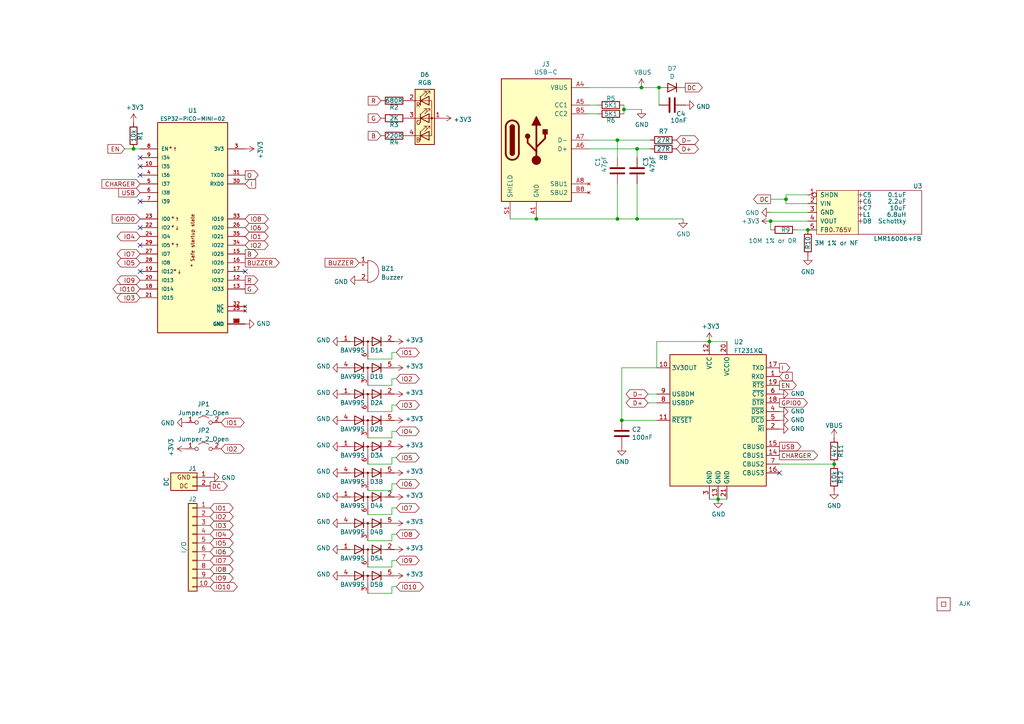
<source format=kicad_sch>
(kicad_sch (version 20211123) (generator eeschema)
  (paper "A4")
  (title_block (title "Generic ESP32-PICO-MINI module") (date "${DATE}") (rev "1") (comment 1 "@TheRealRevK") (comment 2 "www.me.uk"))
  (lib_symbols
    (symbol "Connector_Generic:Conn_01x10" (pin_names (offset 1.016) hide)
      (property "Reference" "J" (at 0 12.7 0))
      (property "Value" "Conn_01x10" (at 0 -15.24 0))
      (symbol "Conn_01x10_1_1"
        (rectangle (start -1.27 -12.573) (end 0 -12.827) (stroke (width 0.1524)))
        (rectangle (start -1.27 -10.033) (end 0 -10.287) (stroke (width 0.1524)))
        (rectangle (start -1.27 -7.493) (end 0 -7.747) (stroke (width 0.1524)))
        (rectangle (start -1.27 -4.953) (end 0 -5.207) (stroke (width 0.1524)))
        (rectangle (start -1.27 -2.413) (end 0 -2.667) (stroke (width 0.1524)))
        (rectangle (start -1.27 0.127) (end 0 -0.127) (stroke (width 0.1524)))
        (rectangle (start -1.27 2.667) (end 0 2.413) (stroke (width 0.1524)))
        (rectangle (start -1.27 5.207) (end 0 4.953) (stroke (width 0.1524)))
        (rectangle (start -1.27 7.747) (end 0 7.493) (stroke (width 0.1524)))
        (rectangle (start -1.27 10.287) (end 0 10.033) (stroke (width 0.1524)))
        (rectangle (start -1.27 11.43) (end 1.27 -13.97) (stroke (width 0.254)) (fill (type background)))
        (pin passive line (at -5.08 10.16 0) (length 3.81) (name "Pin_1") (number "1"))
        (pin passive line (at -5.08 -12.7 0) (length 3.81) (name "Pin_10") (number "10"))
        (pin passive line (at -5.08 7.62 0) (length 3.81) (name "Pin_2") (number "2"))
        (pin passive line (at -5.08 5.08 0) (length 3.81) (name "Pin_3") (number "3"))
        (pin passive line (at -5.08 2.54 0) (length 3.81) (name "Pin_4") (number "4"))
        (pin passive line (at -5.08 0 0) (length 3.81) (name "Pin_5") (number "5"))
        (pin passive line (at -5.08 -2.54 0) (length 3.81) (name "Pin_6") (number "6"))
        (pin passive line (at -5.08 -5.08 0) (length 3.81) (name "Pin_7") (number "7"))
        (pin passive line (at -5.08 -7.62 0) (length 3.81) (name "Pin_8") (number "8"))
        (pin passive line (at -5.08 -10.16 0) (length 3.81) (name "Pin_9") (number "9"))
      )
    )
    (symbol "Device:Buzzer" (pin_names (offset 0.0254) hide)
      (property "Reference" "BZ" (at 3.81 1.27 0))
      (property "Value" "Buzzer" (at 3.81 -1.27 0))
      (symbol "Buzzer_0_1"
        (arc (start 0 -3.175) (mid 3.175 0) (end 0 3.175))
        (polyline (pts (xy -1.651 1.905) (xy -1.143 1.905)))
        (polyline (pts (xy -1.397 2.159) (xy -1.397 1.651)))
        (polyline (pts (xy 0 3.175) (xy 0 -3.175)))
      )
      (symbol "Buzzer_1_1"
        (pin passive line (at -2.54 2.54 0) (length 2.54) (name "-") (number "1"))
        (pin passive line (at -2.54 -2.54 0) (length 2.54) (name "+") (number "2"))
      )
    )
    (symbol "Device:C" (pin_numbers hide) (pin_names (offset 0.254))
      (property "Reference" "C" (at 0.635 2.54 0))
      (property "Value" "C" (at 0.635 -2.54 0))
      (symbol "C_0_1"
        (polyline (pts (xy -2.032 -0.762) (xy 2.032 -0.762)) (stroke (width 0.508)))
        (polyline (pts (xy -2.032 0.762) (xy 2.032 0.762)) (stroke (width 0.508)))
      )
      (symbol "C_1_1"
        (pin passive line (at 0 3.81 270) (length 2.794) (name "~") (number "1"))
        (pin passive line (at 0 -3.81 90) (length 2.794) (name "~") (number "2"))
      )
    )
    (symbol "Device:D" (pin_numbers hide) (pin_names (offset 1.016) hide)
      (property "Reference" "D" (at 0 2.54 0))
      (property "Value" "D" (at 0 -2.54 0))
      (symbol "D_0_1"
        (polyline (pts (xy -1.27 1.27) (xy -1.27 -1.27)) (stroke (width 0.254)))
        (polyline (pts (xy 1.27 0) (xy -1.27 0)))
        (polyline (pts (xy 1.27 1.27) (xy 1.27 -1.27) (xy -1.27 0) (xy 1.27 1.27)) (stroke (width 0.254)))
      )
      (symbol "D_1_1"
        (pin passive line (at -3.81 0 0) (length 2.54) (name "K") (number "1"))
        (pin passive line (at 3.81 0 180) (length 2.54) (name "A") (number "2"))
      )
    )
    (symbol "Device:LED_ARGB" (pin_names (offset 0) hide)
      (property "Reference" "D" (at 0 9.398 0))
      (property "Value" "LED_ARGB" (at 0 -8.89 0))
      (symbol "LED_ARGB_0_0"
        (text "B" (at -1.905 -6.35 0) (effects (font (size 1.27 1.27))))
        (text "G" (at -1.905 -1.27 0) (effects (font (size 1.27 1.27))))
        (text "R" (at -1.905 3.81 0) (effects (font (size 1.27 1.27))))
      )
      (symbol "LED_ARGB_0_1"
        (polyline (pts (xy -1.27 -5.08) (xy -2.54 -5.08)))
        (polyline (pts (xy -1.27 -5.08) (xy 1.27 -5.08)))
        (polyline (pts (xy -1.27 -3.81) (xy -1.27 -6.35)) (stroke (width 0.254)))
        (polyline (pts (xy -1.27 0) (xy -2.54 0)))
        (polyline (pts (xy -1.27 1.27) (xy -1.27 -1.27)) (stroke (width 0.254)))
        (polyline (pts (xy -1.27 5.08) (xy -2.54 5.08)))
        (polyline (pts (xy -1.27 5.08) (xy 1.27 5.08)))
        (polyline (pts (xy -1.27 6.35) (xy -1.27 3.81)) (stroke (width 0.254)))
        (polyline (pts (xy 1.27 0) (xy -1.27 0)))
        (polyline (pts (xy 1.27 0) (xy 2.54 0)))
        (polyline (pts (xy -1.27 1.27) (xy -1.27 -1.27) (xy -1.27 -1.27)))
        (polyline (pts (xy -1.27 6.35) (xy -1.27 3.81) (xy -1.27 3.81)))
        (polyline (pts (xy 1.27 -5.08) (xy 2.032 -5.08) (xy 2.032 5.08) (xy 1.27 5.08)))
        (polyline (pts (xy 1.27 -3.81) (xy 1.27 -6.35) (xy -1.27 -5.08) (xy 1.27 -3.81)) (stroke (width 0.254)))
        (polyline (pts (xy 1.27 1.27) (xy 1.27 -1.27) (xy -1.27 0) (xy 1.27 1.27)) (stroke (width 0.254)))
        (polyline (pts (xy 1.27 6.35) (xy 1.27 3.81) (xy -1.27 5.08) (xy 1.27 6.35)) (stroke (width 0.254)))
        (polyline (pts (xy -1.016 -3.81) (xy 0.508 -2.286) (xy -0.254 -2.286) (xy 0.508 -2.286) (xy 0.508 -3.048)))
        (polyline (pts (xy -1.016 1.27) (xy 0.508 2.794) (xy -0.254 2.794) (xy 0.508 2.794) (xy 0.508 2.032)))
        (polyline (pts (xy -1.016 6.35) (xy 0.508 7.874) (xy -0.254 7.874) (xy 0.508 7.874) (xy 0.508 7.112)))
        (polyline (pts (xy 0 -3.81) (xy 1.524 -2.286) (xy 0.762 -2.286) (xy 1.524 -2.286) (xy 1.524 -3.048)))
        (polyline (pts (xy 0 1.27) (xy 1.524 2.794) (xy 0.762 2.794) (xy 1.524 2.794) (xy 1.524 2.032)))
        (polyline (pts (xy 0 6.35) (xy 1.524 7.874) (xy 0.762 7.874) (xy 1.524 7.874) (xy 1.524 7.112)))
        (rectangle (start 1.27 -1.27) (end 1.27 1.27))
        (rectangle (start 1.27 1.27) (end 1.27 1.27))
        (rectangle (start 1.27 3.81) (end 1.27 6.35))
        (rectangle (start 1.27 6.35) (end 1.27 6.35))
        (circle (center 2.032 0) (radius 0.254) (fill (type outline)))
        (rectangle (start 2.794 8.382) (end -2.794 -7.62) (stroke (width 0.254)) (fill (type background)))
      )
      (symbol "LED_ARGB_1_1"
        (pin passive line (at 5.08 0 180) (length 2.54) (name "A") (number "1"))
        (pin passive line (at -5.08 5.08 0) (length 2.54) (name "RK") (number "2"))
        (pin passive line (at -5.08 0 0) (length 2.54) (name "GK") (number "3"))
        (pin passive line (at -5.08 -5.08 0) (length 2.54) (name "BK") (number "4"))
      )
    )
    (symbol "Device:R" (pin_numbers hide) (pin_names (offset 0))
      (property "Reference" "R" (at 2.032 0 90))
      (property "Value" "R" (at 0 0 90))
      (symbol "R_0_1"
        (rectangle (start -1.016 -2.54) (end 1.016 2.54) (stroke (width 0.254)))
      )
      (symbol "R_1_1"
        (pin passive line (at 0 3.81 270) (length 1.27) (name "~") (number "1"))
        (pin passive line (at 0 -3.81 90) (length 1.27) (name "~") (number "2"))
      )
    )
    (symbol "Diode:BAV99S" (pin_names (offset 0.0254) hide)
      (property "Reference" "D" (at 0 2.54 0))
      (property "Value" "BAV99S" (at 0 5.08 0))
      (symbol "BAV99S_0_1"
        (polyline (pts (xy -5.08 0) (xy 5.08 0)))
        (polyline (pts (xy 0 0) (xy 0 -2.54)))
        (polyline (pts (xy -1.27 -1.27) (xy -1.27 1.27) (xy -1.27 1.27)) (stroke (width 0.254)))
        (polyline (pts (xy 3.81 1.27) (xy 3.81 -1.27) (xy 3.81 -1.27)) (stroke (width 0.254)))
        (polyline (pts (xy -3.81 1.27) (xy -1.27 0) (xy -3.81 -1.27) (xy -3.81 1.27) (xy -3.81 1.27) (xy -3.81 1.27)) (stroke (width 0.254)))
        (polyline (pts (xy 1.27 1.27) (xy 3.81 0) (xy 1.27 -1.27) (xy 1.27 1.27) (xy 1.27 1.27) (xy 1.27 1.27)) (stroke (width 0.254)))
        (circle (center 0 0) (radius 0.254) (fill (type outline)))
      )
      (symbol "BAV99S_1_1"
        (polyline (pts (xy 6.35 0) (xy 7.62 0)))
        (pin passive line (at -7.62 0 0) (length 2.54) (name "A1") (number "1"))
        (pin passive line (at 7.62 0 180) (length 2.54) (name "K2") (number "2"))
        (pin passive line (at 0 -5.08 90) (length 2.54) (name "K3A4") (number "6"))
      )
      (symbol "BAV99S_2_1"
        (polyline (pts (xy 6.35 0) (xy 7.62 0)))
        (pin passive line (at 0 -5.08 90) (length 2.54) (name "K1A2") (number "3"))
        (pin passive line (at -7.62 0 0) (length 2.54) (name "A3") (number "4"))
        (pin passive line (at 7.62 0 180) (length 2.54) (name "K4") (number "5"))
      )
    )
    (symbol "Jumper:Jumper_2_Open" (pin_names (offset 0) hide)
      (property "Reference" "JP" (at 0 2.794 0))
      (property "Value" "Jumper_2_Open" (at 0 -2.286 0))
      (symbol "Jumper_2_Open_0_0"
        (circle (center -2.032 0) (radius 0.508))
        (circle (center 2.032 0) (radius 0.508))
      )
      (symbol "Jumper_2_Open_0_1"
        (arc (start 1.524 1.27) (mid 0 1.778) (end -1.524 1.27))
      )
      (symbol "Jumper_2_Open_1_1"
        (pin passive line (at -5.08 0 0) (length 2.54) (name "A") (number "1"))
        (pin passive line (at 5.08 0 180) (length 2.54) (name "B") (number "2"))
      )
    )
    (symbol "RevK:AJK" (pin_names (offset 1.016)) (in_bom no)
      (property "Value" "AJK" (at 0 0 0))
    )
    (symbol "RevK:ESP32-PICO-MINI-02" (pin_names (offset 1.016))
      (property "Reference" "U" (at -10.16 -33.02 0))
      (property "Value" "ESP32-PICO-MINI-02" (at 0 27.94 0))
      (symbol "ESP32-PICO-MINI-02_0_0"
        (rectangle (start -10.16 -30.48) (end 10.16 30.48) (stroke (width 0.254)) (fill (type background)))
        (text "* Safe startup state" (at 0 -11.43 900) (effects (font (size 1 1)) (justify left)))
        (text "*↑" (at -6.985 22.86 0) (effects (font (size 1.27 1.27)) (justify left)))
        (text "*↑" (at -6.35 -5.08 0) (effects (font (size 1.27 1.27)) (justify left)))
        (text "*↑" (at -6.35 2.54 0) (effects (font (size 1.27 1.27)) (justify left)))
        (text "*↓" (at -6.35 0 0) (effects (font (size 1.27 1.27)) (justify left)))
        (text "*↓" (at -5.715 -12.7 0) (effects (font (size 1.27 1.27)) (justify left)))
        (pin power_in line (at 15.24 -27.94 180) (length 5.08) (name "GND") (number "1"))
        (pin input line (at -15.24 17.78 0) (length 5.08) (name "I35") (number "10"))
        (pin power_in line (at 15.24 -27.94 180) (length 5.08) (name "GND") (number "11"))
        (pin bidirectional line (at 15.24 -15.24 180) (length 5.08) (name "IO32") (number "12"))
        (pin bidirectional line (at 15.24 -17.78 180) (length 5.08) (name "IO33") (number "13"))
        (pin power_in line (at 15.24 -27.94 180) (length 5.08) (name "GND") (number "14"))
        (pin bidirectional line (at 15.24 -7.62 180) (length 5.08) (name "IO25") (number "15"))
        (pin bidirectional line (at 15.24 -10.16 180) (length 5.08) (name "IO26") (number "16"))
        (pin bidirectional line (at 15.24 -12.7 180) (length 5.08) (name "IO27") (number "17"))
        (pin bidirectional line (at -15.24 -17.78 0) (length 5.08) (name "IO14") (number "18"))
        (pin bidirectional line (at -15.24 -12.7 0) (length 5.08) (name "IO12") (number "19"))
        (pin power_in line (at 15.24 -27.94 180) (length 5.08) (name "GND") (number "2"))
        (pin bidirectional line (at -15.24 -15.24 0) (length 5.08) (name "IO13") (number "20"))
        (pin bidirectional line (at -15.24 -20.32 0) (length 5.08) (name "IO15") (number "21"))
        (pin bidirectional line (at -15.24 0 0) (length 5.08) (name "IO2") (number "22"))
        (pin bidirectional line (at -15.24 2.54 0) (length 5.08) (name "IO0") (number "23"))
        (pin bidirectional line (at -15.24 -2.54 0) (length 5.08) (name "IO4") (number "24"))
        (pin no_connect line (at 15.24 -24.13 180) (length 5.08) (name "NC") (number "25"))
        (pin bidirectional line (at 15.24 0 180) (length 5.08) (name "IO20") (number "26"))
        (pin bidirectional line (at -15.24 -7.62 0) (length 5.08) (name "IO7") (number "27"))
        (pin bidirectional line (at -15.24 -10.16 0) (length 5.08) (name "IO8") (number "28"))
        (pin bidirectional line (at -15.24 -5.08 0) (length 5.08) (name "IO5") (number "29"))
        (pin power_in line (at 15.24 22.86 180) (length 5.08) (name "3V3") (number "3"))
        (pin bidirectional line (at 15.24 12.7 180) (length 5.08) (name "RXD0") (number "30"))
        (pin bidirectional line (at 15.24 15.24 180) (length 5.08) (name "TXD0") (number "31"))
        (pin no_connect line (at 15.24 -22.86 180) (length 5.08) (name "NC") (number "32"))
        (pin bidirectional line (at 15.24 2.54 180) (length 5.08) (name "IO19") (number "33"))
        (pin bidirectional line (at 15.24 -5.08 180) (length 5.08) (name "IO22") (number "34"))
        (pin bidirectional line (at 15.24 -2.54 180) (length 5.08) (name "IO21") (number "35"))
        (pin power_in line (at 15.24 -27.94 180) (length 5.08) (name "GND") (number "36"))
        (pin power_in line (at 15.24 -27.94 180) (length 5.08) (name "GND") (number "37"))
        (pin power_in line (at 15.24 -27.94 180) (length 5.08) (name "GND") (number "38"))
        (pin power_in line (at 15.24 -27.94 180) (length 5.08) (name "GND") (number "39"))
        (pin input line (at -15.24 15.24 0) (length 5.08) (name "I36") (number "4"))
        (pin power_in line (at 15.24 -27.94 180) (length 5.08) (name "GND") (number "40"))
        (pin power_in line (at 15.24 -27.94 180) (length 5.08) (name "GND") (number "41"))
        (pin power_in line (at 15.24 -27.94 180) (length 5.08) (name "GND") (number "42"))
        (pin power_in line (at 15.24 -27.94 180) (length 5.08) (name "GND") (number "43"))
        (pin power_in line (at 15.24 -27.94 180) (length 5.08) (name "GND") (number "44"))
        (pin power_in line (at 15.24 -27.94 180) (length 5.08) (name "GND") (number "45"))
        (pin power_in line (at 15.24 -27.94 180) (length 5.08) (name "GND") (number "46"))
        (pin power_in line (at 15.24 -27.94 180) (length 5.08) (name "GND") (number "47"))
        (pin power_in line (at 15.24 -27.94 180) (length 5.08) (name "GND") (number "48"))
        (pin power_in line (at 15.24 -27.94 180) (length 5.08) (name "GND") (number "49"))
        (pin input line (at -15.24 12.7 0) (length 5.08) (name "I37") (number "5"))
        (pin power_in line (at 15.24 -27.94 180) (length 5.08) (name "GND") (number "50"))
        (pin power_in line (at 15.24 -27.94 180) (length 5.08) (name "GND") (number "51"))
        (pin power_in line (at 15.24 -27.94 180) (length 5.08) (name "GND") (number "52"))
        (pin power_in line (at 15.24 -27.94 180) (length 5.08) (name "GND") (number "53"))
        (pin input line (at -15.24 10.16 0) (length 5.08) (name "I38") (number "6"))
        (pin input line (at -15.24 7.62 0) (length 5.08) (name "I39") (number "7"))
        (pin input line (at -15.24 22.86 0) (length 5.08) (name "EN") (number "8"))
        (pin input line (at -15.24 20.32 0) (length 5.08) (name "I34") (number "9"))
      )
    )
    (symbol "RevK:FT231XQ"
      (property "Reference" "U" (at -13.97 20.32 0))
      (property "Value" "FT231XQ" (at 6.35 20.32 0))
      (symbol "FT231XQ_0_1"
        (rectangle (start -13.97 19.05) (end 13.97 -19.05) (stroke (width 0.254)) (fill (type background)))
      )
      (symbol "FT231XQ_1_1"
        (pin input line (at 17.78 12.7 180) (length 3.81) (name "RXD") (number "1"))
        (pin passive line (at -17.78 15.24 0) (length 3.81) (name "3V3OUT") (number "10"))
        (pin input line (at -17.78 0 0) (length 3.81) (name "~{RESET}") (number "11"))
        (pin power_in line (at -2.54 22.86 270) (length 3.81) (name "VCC") (number "12"))
        (pin power_in line (at 0 -22.86 90) (length 3.81) (name "GND") (number "13"))
        (pin bidirectional line (at 17.78 -10.16 180) (length 3.81) (name "CBUS1") (number "14"))
        (pin bidirectional line (at 17.78 -7.62 180) (length 3.81) (name "CBUS0") (number "15"))
        (pin bidirectional line (at 17.78 -15.24 180) (length 3.81) (name "CBUS3") (number "16"))
        (pin output line (at 17.78 15.24 180) (length 3.81) (name "TXD") (number "17"))
        (pin output line (at 17.78 5.08 180) (length 3.81) (name "~{DTR}") (number "18"))
        (pin output line (at 17.78 10.16 180) (length 3.81) (name "~{RTS}") (number "19"))
        (pin input line (at 17.78 -2.54 180) (length 3.81) (name "~{RI}") (number "2"))
        (pin power_in line (at 2.54 22.86 270) (length 3.81) (name "VCCIO") (number "20"))
        (pin power_in line (at 2.54 -22.86 90) (length 3.81) (name "GND") (number "21"))
        (pin power_in line (at -2.54 -22.86 90) (length 3.81) (name "GND") (number "3"))
        (pin input line (at 17.78 2.54 180) (length 3.81) (name "~{DSR}") (number "4"))
        (pin input line (at 17.78 0 180) (length 3.81) (name "~{DCD}") (number "5"))
        (pin input line (at 17.78 7.62 180) (length 3.81) (name "~{CTS}") (number "6"))
        (pin bidirectional line (at 17.78 -12.7 180) (length 3.81) (name "CBUS2") (number "7"))
        (pin bidirectional line (at -17.78 5.08 0) (length 3.81) (name "USBDP") (number "8"))
        (pin bidirectional line (at -17.78 7.62 0) (length 3.81) (name "USBDM") (number "9"))
      )
    )
    (symbol "RevK:Hidden" (pin_names (offset 1.016))
      (property "Reference" "Z" (at 0.635 0 0))
      (property "Value" "Hidden" (at 4.445 0 0))
      (symbol "Hidden_0_1"
        (polyline (pts (xy -0.635 0) (xy 0.635 0)) (stroke (width 0.1524)))
        (polyline (pts (xy 0 0.635) (xy 0 -0.635)) (stroke (width 0.1524)))
      )
      (symbol "Hidden_1_1"
        (pin no_connect non_logic (at 0 -2.54 90) (length 2.54) hide (name "~") (number "~"))
      )
    )
    (symbol "RevK:LMR16006+FB" (pin_names (offset 1.016))
      (property "Reference" "U" (at 11.43 2.54 0))
      (property "Value" "LMR16006+FB" (at 7.62 -12.7 0))
      (symbol "LMR16006+FB_0_0"
        (rectangle (start 2.54 1.27) (end 14.605 -11.43) (fill (type background)))
        (text "0.765V" (at 12.7 -10.16 0) (effects (font (size 1.27 1.27)) (justify right)))
      )
      (symbol "LMR16006+FB_0_1"
        (rectangle (start 14.605 1.27) (end 33.02 -11.43))
      )
      (symbol "LMR16006+FB_1_1"
        (pin input inverted (at 0 0 0) (length 2.54) (name "SHDN") (number "1"))
        (pin power_in line (at 0 -2.54 0) (length 2.54) (name "VIN") (number "2"))
        (pin power_in line (at 0 -5.08 0) (length 2.54) (name "GND") (number "3"))
        (pin power_out line (at 0 -7.62 0) (length 2.54) (name "VOUT") (number "4"))
        (pin passive line (at 0 -10.16 0) (length 2.54) (name "FB") (number "5"))
      )
    )
    (symbol "RevK:PowerIn" (pin_names (offset 1.016) hide)
      (property "Reference" "J" (at 0 2.54 0))
      (property "Value" "PowerIn" (at 2.54 -5.08 0))
      (symbol "PowerIn_0_0"
        (text "DC" (at 2.54 -2.54 0) (effects (font (size 1.27 1.27))))
        (text "GND" (at 2.54 0 0) (effects (font (size 1.27 1.27))))
      )
      (symbol "PowerIn_1_1"
        (rectangle (start -1.27 -2.413) (end 0 -2.667) (stroke (width 0.1524)))
        (rectangle (start -1.27 0.127) (end 0 -0.127) (stroke (width 0.1524)))
        (rectangle (start -1.27 1.27) (end 6.35 -3.81) (stroke (width 0.254)) (fill (type background)))
        (pin power_in line (at -5.08 0 0) (length 3.81) (name "GND") (number "1"))
        (pin power_out line (at -5.08 -2.54 0) (length 3.81) (name "DC") (number "2"))
      )
    )
    (symbol "RevK:QR" (pin_names (offset 1.016)) (in_bom no)
      (symbol "QR_0_1"
        (rectangle (start -1.905 -1.905) (end -1.905 1.905))
        (rectangle (start -1.905 1.905) (end 1.905 1.905))
        (rectangle (start -0.635 -0.635) (end -0.635 0.635))
        (rectangle (start -0.635 0.635) (end 0.635 0.635))
        (rectangle (start 0.635 -0.635) (end -0.635 -0.635))
        (rectangle (start 0.635 0.635) (end 0.635 -0.635))
        (rectangle (start 1.905 -1.905) (end -1.905 -1.905))
        (rectangle (start 1.905 1.905) (end 1.905 -1.905))
      )
    )
    (symbol "RevK:USB-C" (pin_names (offset 1.016))
      (property "Reference" "J" (at -10.16 19.05 0))
      (property "Value" "USB-C" (at -7.62 15.24 0))
      (symbol "USB-C_0_1"
        (rectangle (start -10.16 17.78) (end 10.16 -17.78) (stroke (width 0.254)) (fill (type background)))
        (arc (start -8.89 -3.81) (mid -6.985 -5.715) (end -5.08 -3.81) (stroke (width 0.508)))
        (arc (start -7.62 -3.81) (mid -6.985 -4.445) (end -6.35 -3.81) (stroke (width 0.254)))
        (arc (start -7.62 -3.81) (mid -6.985 -4.445) (end -6.35 -3.81) (stroke (width 0.254)) (fill (type outline)))
        (rectangle (start -7.62 -3.81) (end -6.35 3.81) (stroke (width 0.254)) (fill (type outline)))
        (arc (start -6.35 3.81) (mid -6.985 4.445) (end -7.62 3.81) (stroke (width 0.254)))
        (arc (start -6.35 3.81) (mid -6.985 4.445) (end -7.62 3.81) (stroke (width 0.254)) (fill (type outline)))
        (arc (start -5.08 3.81) (mid -6.985 5.715) (end -8.89 3.81) (stroke (width 0.508)))
        (circle (center -2.54 1.143) (radius 0.635) (stroke (width 0.254)) (fill (type outline)))
        (circle (center 0 -5.842) (radius 1.27) (fill (type outline)))
        (polyline (pts (xy -8.89 -3.81) (xy -8.89 3.81)) (stroke (width 0.508)))
        (polyline (pts (xy -5.08 3.81) (xy -5.08 -3.81)) (stroke (width 0.508)))
        (polyline (pts (xy 0 -5.842) (xy 0 4.318)) (stroke (width 0.508)))
        (polyline (pts (xy 0 -3.302) (xy -2.54 -0.762) (xy -2.54 0.508)) (stroke (width 0.508)))
        (polyline (pts (xy 0 -2.032) (xy 2.54 0.508) (xy 2.54 1.778)) (stroke (width 0.508)))
        (polyline (pts (xy -1.27 4.318) (xy 0 6.858) (xy 1.27 4.318) (xy -1.27 4.318)) (stroke (width 0.254)) (fill (type outline)))
        (rectangle (start 1.905 1.778) (end 3.175 3.048) (stroke (width 0.254)) (fill (type outline)))
      )
      (symbol "USB-C_1_1"
        (pin power_out line (at 0 -22.86 90) (length 5.08) (name "GND") (number "A1"))
        (pin passive line (at 0 -22.86 90) (length 5.08) hide (name "GND") (number "A12"))
        (pin power_out line (at 15.24 15.24 180) (length 5.08) (name "VBUS") (number "A4"))
        (pin bidirectional line (at 15.24 10.16 180) (length 5.08) (name "CC1") (number "A5"))
        (pin bidirectional line (at 15.24 -2.54 180) (length 5.08) (name "D+") (number "A6"))
        (pin bidirectional line (at 15.24 0 180) (length 5.08) (name "D-") (number "A7"))
        (pin no_connect line (at 15.24 -12.7 180) (length 5.08) (name "SBU1") (number "A8"))
        (pin passive line (at 15.24 15.24 180) (length 5.08) hide (name "VBUS") (number "A9"))
        (pin passive line (at 0 -22.86 90) (length 5.08) hide (name "GND") (number "B1"))
        (pin passive line (at 0 -22.86 90) (length 5.08) hide (name "GND") (number "B12"))
        (pin passive line (at 15.24 15.24 180) (length 5.08) hide (name "VBUS") (number "B4"))
        (pin bidirectional line (at 15.24 7.62 180) (length 5.08) (name "CC2") (number "B5"))
        (pin bidirectional line (at 15.24 -2.54 180) (length 5.08) hide (name "D+") (number "B6"))
        (pin bidirectional line (at 15.24 0 180) (length 5.08) hide (name "D-") (number "B7"))
        (pin no_connect line (at 15.24 -15.24 180) (length 5.08) (name "SBU2") (number "B8"))
        (pin passive line (at 15.24 15.24 180) (length 5.08) hide (name "VBUS") (number "B9"))
        (pin passive line (at -7.62 -22.86 90) (length 5.08) (name "SHIELD") (number "S1"))
      )
    )
    (symbol "power:+3.3V" (power) (pin_names (offset 0))
      (property "Value" "+3.3V" (at 0 3.556 0))
      (symbol "+3.3V_0_1"
        (polyline (pts (xy -0.762 1.27) (xy 0 2.54)))
        (polyline (pts (xy 0 0) (xy 0 2.54)))
        (polyline (pts (xy 0 2.54) (xy 0.762 1.27)))
      )
      (symbol "+3.3V_1_1"
        (pin power_in line (at 0 0 90) (length 0) hide (name "+3V3") (number "1"))
      )
    )
    (symbol "power:GND" (power) (pin_names (offset 0))
      (property "Value" "GND" (at 0 -3.81 0))
      (symbol "GND_0_1"
        (polyline (pts (xy 0 0) (xy 0 -1.27) (xy 1.27 -1.27) (xy 0 -2.54) (xy -1.27 -1.27) (xy 0 -1.27)))
      )
      (symbol "GND_1_1"
        (pin power_in line (at 0 0 270) (length 0) hide (name "GND") (number "1"))
      )
    )
    (symbol "power:VBUS" (power) (pin_names (offset 0))
      (property "Value" "VBUS" (at 0 3.81 0))
      (symbol "VBUS_0_1"
        (polyline (pts (xy -0.762 1.27) (xy 0 2.54)))
        (polyline (pts (xy 0 0) (xy 0 2.54)))
        (polyline (pts (xy 0 2.54) (xy 0.762 1.27)))
      )
      (symbol "VBUS_1_1"
        (pin power_in line (at 0 0 90) (length 0) hide (name "VBUS") (number "1"))
      )
    )
  )
  (junction (at 234.315 66.675))
  (junction (at 241.935 134.62))
  (junction (at 179.07 63.5))
  (junction (at 191.135 25.4))
  (junction (at 184.785 43.18))
  (junction (at 179.07 40.64))
  (junction (at 184.785 63.5))
  (junction (at 205.74 99.06))
  (junction (at 38.735 43.18))
  (junction (at 155.575 63.5))
  (junction (at 227.965 57.785))
  (junction (at 208.28 144.78))
  (junction (at 180.34 121.92))
  (junction (at 223.52 64.135))
  (junction (at 186.055 25.4))
  (junction (at 180.975 31.75))
  (no_connect (at 226.06 137.16))
  (no_connect (at 40.64 78.74))
  (no_connect (at 40.64 71.12))
  (no_connect (at 40.64 50.8))
  (no_connect (at 40.64 48.26))
  (no_connect (at 40.64 45.72))
  (no_connect (at 71.12 78.74))
  (no_connect (at 40.64 58.42))
  (no_connect (at 40.64 66.04))
  (wire (pts (xy 113.665 117.475) (xy 114.935 117.475)))
  (wire (pts (xy 179.07 40.64) (xy 179.07 45.72)))
  (wire (pts (xy 226.06 134.62) (xy 241.935 134.62)))
  (wire (pts (xy 38.735 43.18) (xy 40.64 43.18)))
  (wire (pts (xy 184.785 53.34) (xy 184.785 63.5)))
  (wire (pts (xy 180.34 121.92) (xy 190.5 121.92)))
  (wire (pts (xy 180.975 31.75) (xy 180.975 33.02)))
  (wire (pts (xy 186.055 25.4) (xy 191.135 25.4)))
  (wire (pts (xy 155.575 63.5) (xy 179.07 63.5)))
  (wire (pts (xy 184.785 43.18) (xy 184.785 45.72)))
  (wire (pts (xy 36.195 43.18) (xy 38.735 43.18)))
  (wire (pts (xy 113.665 104.14) (xy 113.665 102.235)))
  (wire (pts (xy 179.07 63.5) (xy 184.785 63.5)))
  (wire (pts (xy 227.965 56.515) (xy 227.965 57.785)))
  (wire (pts (xy 191.135 25.4) (xy 191.135 30.48)))
  (wire (pts (xy 170.815 40.64) (xy 179.07 40.64)))
  (wire (pts (xy 227.965 56.515) (xy 234.315 56.515)))
  (wire (pts (xy 113.665 132.715) (xy 114.935 132.715)))
  (wire (pts (xy 179.07 53.34) (xy 179.07 63.5)))
  (wire (pts (xy 113.665 119.38) (xy 113.665 117.475)))
  (wire (pts (xy 106.68 104.14) (xy 113.665 104.14)))
  (wire (pts (xy 223.52 64.135) (xy 234.315 64.135)))
  (wire (pts (xy 231.14 66.675) (xy 234.315 66.675)))
  (wire (pts (xy 190.5 99.06) (xy 205.74 99.06)))
  (wire (pts (xy 113.665 164.465) (xy 113.665 162.56)))
  (wire (pts (xy 180.34 121.92) (xy 180.34 106.68)))
  (wire (pts (xy 113.665 111.76) (xy 113.665 109.855)))
  (wire (pts (xy 106.68 172.085) (xy 113.665 172.085)))
  (wire (pts (xy 227.965 57.785) (xy 227.965 59.055)))
  (wire (pts (xy 223.52 64.135) (xy 223.52 66.675)))
  (wire (pts (xy 113.665 172.085) (xy 113.665 170.18)))
  (wire (pts (xy 190.5 106.68) (xy 190.5 99.06)))
  (wire (pts (xy 184.785 63.5) (xy 198.12 63.5)))
  (wire (pts (xy 147.955 63.5) (xy 155.575 63.5)))
  (wire (pts (xy 179.07 40.64) (xy 188.595 40.64)))
  (wire (pts (xy 223.52 57.785) (xy 227.965 57.785)))
  (wire (pts (xy 106.68 142.24) (xy 113.665 142.24)))
  (wire (pts (xy 113.665 170.18) (xy 114.935 170.18)))
  (wire (pts (xy 186.055 31.75) (xy 180.975 31.75)))
  (wire (pts (xy 208.28 144.78) (xy 210.82 144.78)))
  (wire (pts (xy 113.665 162.56) (xy 114.935 162.56)))
  (wire (pts (xy 113.665 156.845) (xy 113.665 154.94)))
  (wire (pts (xy 190.5 114.3) (xy 187.96 114.3)))
  (wire (pts (xy 106.68 164.465) (xy 113.665 164.465)))
  (wire (pts (xy 106.68 127) (xy 113.665 127)))
  (wire (pts (xy 113.665 134.62) (xy 113.665 132.715)))
  (wire (pts (xy 113.665 154.94) (xy 114.935 154.94)))
  (wire (pts (xy 106.68 119.38) (xy 113.665 119.38)))
  (wire (pts (xy 180.975 30.48) (xy 180.975 31.75)))
  (wire (pts (xy 113.665 140.335) (xy 114.935 140.335)))
  (wire (pts (xy 113.665 127) (xy 113.665 125.095)))
  (wire (pts (xy 113.665 147.32) (xy 114.935 147.32)))
  (wire (pts (xy 106.68 111.76) (xy 113.665 111.76)))
  (wire (pts (xy 113.665 109.855) (xy 114.935 109.855)))
  (wire (pts (xy 170.815 30.48) (xy 173.355 30.48)))
  (wire (pts (xy 170.815 33.02) (xy 173.355 33.02)))
  (wire (pts (xy 170.815 43.18) (xy 184.785 43.18)))
  (wire (pts (xy 184.785 43.18) (xy 188.595 43.18)))
  (wire (pts (xy 187.96 116.84) (xy 190.5 116.84)))
  (wire (pts (xy 106.68 156.845) (xy 113.665 156.845)))
  (wire (pts (xy 205.74 99.06) (xy 210.82 99.06)))
  (wire (pts (xy 113.665 149.225) (xy 113.665 147.32)))
  (wire (pts (xy 180.34 106.68) (xy 190.5 106.68)))
  (wire (pts (xy 223.52 61.595) (xy 234.315 61.595)))
  (wire (pts (xy 113.665 102.235) (xy 114.935 102.235)))
  (wire (pts (xy 113.665 125.095) (xy 114.935 125.095)))
  (wire (pts (xy 106.68 134.62) (xy 113.665 134.62)))
  (wire (pts (xy 205.74 144.78) (xy 208.28 144.78)))
  (wire (pts (xy 170.815 25.4) (xy 186.055 25.4)))
  (wire (pts (xy 113.665 142.24) (xy 113.665 140.335)))
  (wire (pts (xy 106.68 149.225) (xy 113.665 149.225)))
  (wire (pts (xy 227.965 59.055) (xy 234.315 59.055)))
  (global_label "D-" (shape bidirectional) (at 187.96 114.3 180) (property "Intersheet References" "${INTERSHEET_REFS}" (effects hide)))
  (global_label "CHARGER" (shape output) (at 226.06 132.08 0) (property "Intersheet References" "${INTERSHEET_REFS}" (effects hide)))
  (global_label "G" (shape input) (at 110.49 34.29 180) (property "Intersheet References" "${INTERSHEET_REFS}" (effects hide)))
  (global_label "IO8" (shape bidirectional) (at 71.12 63.5 0) (property "Intersheet References" "${INTERSHEET_REFS}" (effects hide)))
  (global_label "DC" (shape output) (at 223.52 57.785 180) (property "Intersheet References" "${INTERSHEET_REFS}" (effects hide)))
  (global_label "CHARGER" (shape input) (at 40.64 53.34 180) (property "Intersheet References" "${INTERSHEET_REFS}" (effects hide)))
  (global_label "IO3" (shape bidirectional) (at 40.64 86.36 180) (property "Intersheet References" "${INTERSHEET_REFS}" (effects hide)))
  (global_label "IO10" (shape bidirectional) (at 114.935 170.18 0) (property "Intersheet References" "${INTERSHEET_REFS}" (effects hide)))
  (global_label "IO1" (shape bidirectional) (at 114.935 102.235 0) (property "Intersheet References" "${INTERSHEET_REFS}" (effects hide)))
  (global_label "IO4" (shape bidirectional) (at 114.935 125.095 0) (property "Intersheet References" "${INTERSHEET_REFS}" (effects hide)))
  (global_label "IO7" (shape bidirectional) (at 40.64 73.66 180) (property "Intersheet References" "${INTERSHEET_REFS}" (effects hide)))
  (global_label "IO6" (shape bidirectional) (at 60.96 160.02 0) (property "Intersheet References" "${INTERSHEET_REFS}" (effects hide)))
  (global_label "IO9" (shape bidirectional) (at 40.64 81.28 180) (property "Intersheet References" "${INTERSHEET_REFS}" (effects hide)))
  (global_label "USB" (shape output) (at 226.06 129.54 0) (property "Intersheet References" "${INTERSHEET_REFS}" (effects hide)))
  (global_label "IO9" (shape bidirectional) (at 114.935 162.56 0) (property "Intersheet References" "${INTERSHEET_REFS}" (effects hide)))
  (global_label "IO3" (shape bidirectional) (at 60.96 152.4 0) (property "Intersheet References" "${INTERSHEET_REFS}" (effects hide)))
  (global_label "IO5" (shape bidirectional) (at 114.935 132.715 0) (property "Intersheet References" "${INTERSHEET_REFS}" (effects hide)))
  (global_label "IO9" (shape bidirectional) (at 60.96 167.64 0) (property "Intersheet References" "${INTERSHEET_REFS}" (effects hide)))
  (global_label "IO5" (shape bidirectional) (at 40.64 76.2 180) (property "Intersheet References" "${INTERSHEET_REFS}" (effects hide)))
  (global_label "IO1" (shape bidirectional) (at 71.12 68.58 0) (property "Intersheet References" "${INTERSHEET_REFS}" (effects hide)))
  (global_label "O" (shape output) (at 71.12 50.8 0) (property "Intersheet References" "${INTERSHEET_REFS}" (effects hide)))
  (global_label "IO1" (shape bidirectional) (at 64.135 122.555 0) (property "Intersheet References" "${INTERSHEET_REFS}" (effects hide)))
  (global_label "IO8" (shape bidirectional) (at 60.96 165.1 0) (property "Intersheet References" "${INTERSHEET_REFS}" (effects hide)))
  (global_label "D+" (shape bidirectional) (at 196.215 43.18 0) (property "Intersheet References" "${INTERSHEET_REFS}" (effects hide)))
  (global_label "IO7" (shape bidirectional) (at 114.935 147.32 0) (property "Intersheet References" "${INTERSHEET_REFS}" (effects hide)))
  (global_label "IO6" (shape bidirectional) (at 71.12 66.04 0) (property "Intersheet References" "${INTERSHEET_REFS}" (effects hide)))
  (global_label "EN" (shape input) (at 36.195 43.18 180) (property "Intersheet References" "${INTERSHEET_REFS}" (effects hide)))
  (global_label "IO10" (shape bidirectional) (at 60.96 170.18 0) (property "Intersheet References" "${INTERSHEET_REFS}" (effects hide)))
  (global_label "G" (shape output) (at 71.12 83.82 0) (property "Intersheet References" "${INTERSHEET_REFS}" (effects hide)))
  (global_label "D+" (shape bidirectional) (at 187.96 116.84 180) (property "Intersheet References" "${INTERSHEET_REFS}" (effects hide)))
  (global_label "IO2" (shape bidirectional) (at 71.12 71.12 0) (property "Intersheet References" "${INTERSHEET_REFS}" (effects hide)))
  (global_label "I" (shape input) (at 71.12 53.34 0) (property "Intersheet References" "${INTERSHEET_REFS}" (effects hide)))
  (global_label "B" (shape input) (at 110.49 39.37 180) (property "Intersheet References" "${INTERSHEET_REFS}" (effects hide)))
  (global_label "D-" (shape bidirectional) (at 196.215 40.64 0) (property "Intersheet References" "${INTERSHEET_REFS}" (effects hide)))
  (global_label "IO4" (shape bidirectional) (at 40.64 68.58 180) (property "Intersheet References" "${INTERSHEET_REFS}" (effects hide)))
  (global_label "GPIO0" (shape output) (at 226.06 116.84 0) (property "Intersheet References" "${INTERSHEET_REFS}" (effects hide)))
  (global_label "USB" (shape input) (at 40.64 55.88 180) (property "Intersheet References" "${INTERSHEET_REFS}" (effects hide)))
  (global_label "IO1" (shape bidirectional) (at 60.96 147.32 0) (property "Intersheet References" "${INTERSHEET_REFS}" (effects hide)))
  (global_label "IO2" (shape bidirectional) (at 60.96 149.86 0) (property "Intersheet References" "${INTERSHEET_REFS}" (effects hide)))
  (global_label "R" (shape output) (at 71.12 81.28 0) (property "Intersheet References" "${INTERSHEET_REFS}" (effects hide)))
  (global_label "IO2" (shape bidirectional) (at 64.135 130.175 0) (property "Intersheet References" "${INTERSHEET_REFS}" (effects hide)))
  (global_label "IO7" (shape bidirectional) (at 60.96 162.56 0) (property "Intersheet References" "${INTERSHEET_REFS}" (effects hide)))
  (global_label "BUZZER" (shape output) (at 71.12 76.2 0) (property "Intersheet References" "${INTERSHEET_REFS}" (effects hide)))
  (global_label "BUZZER" (shape input) (at 104.14 76.2 180) (property "Intersheet References" "${INTERSHEET_REFS}" (effects hide)))
  (global_label "EN" (shape output) (at 226.06 111.76 0) (property "Intersheet References" "${INTERSHEET_REFS}" (effects hide)))
  (global_label "DC" (shape output) (at 60.96 140.97 0) (property "Intersheet References" "${INTERSHEET_REFS}" (effects hide)))
  (global_label "DC" (shape output) (at 198.755 25.4 0) (property "Intersheet References" "${INTERSHEET_REFS}" (effects hide)))
  (global_label "IO8" (shape bidirectional) (at 114.935 154.94 0) (property "Intersheet References" "${INTERSHEET_REFS}" (effects hide)))
  (global_label "I" (shape output) (at 226.06 106.68 0) (property "Intersheet References" "${INTERSHEET_REFS}" (effects hide)))
  (global_label "R" (shape input) (at 110.49 29.21 180) (property "Intersheet References" "${INTERSHEET_REFS}" (effects hide)))
  (global_label "IO10" (shape bidirectional) (at 40.64 83.82 180) (property "Intersheet References" "${INTERSHEET_REFS}" (effects hide)))
  (global_label "IO6" (shape bidirectional) (at 114.935 140.335 0) (property "Intersheet References" "${INTERSHEET_REFS}" (effects hide)))
  (global_label "IO4" (shape bidirectional) (at 60.96 154.94 0) (property "Intersheet References" "${INTERSHEET_REFS}" (effects hide)))
  (global_label "IO5" (shape bidirectional) (at 60.96 157.48 0) (property "Intersheet References" "${INTERSHEET_REFS}" (effects hide)))
  (global_label "B" (shape output) (at 71.12 73.66 0) (property "Intersheet References" "${INTERSHEET_REFS}" (effects hide)))
  (global_label "IO2" (shape bidirectional) (at 114.935 109.855 0) (property "Intersheet References" "${INTERSHEET_REFS}" (effects hide)))
  (global_label "O" (shape input) (at 226.06 109.22 0) (property "Intersheet References" "${INTERSHEET_REFS}" (effects hide)))
  (global_label "IO3" (shape bidirectional) (at 114.935 117.475 0) (property "Intersheet References" "${INTERSHEET_REFS}" (effects hide)))
  (global_label "GPIO0" (shape input) (at 40.64 63.5 180) (property "Intersheet References" "${INTERSHEET_REFS}" (effects hide)))
  (symbol (lib_id "Device:R") (at 177.165 30.48 90) (unit 1)
    (property "Reference" "R5" (at 177.165 28.575 90))
    (property "Value" "5K1" (at 177.165 30.48 90))
    (property "Footprint" "RevK:R_0603" (effects hide))
  )
  (symbol (lib_id "power:VBUS") (at 186.055 25.4 0) (unit 1)
    (property "Reference" "#PWR030" (effects hide))
    (property "Value" "VBUS" (at 186.436 21.0058 0))
  )
  (symbol (lib_id "power:+3.3V") (at 71.12 43.18 270) (unit 1)
    (property "Reference" "#PWR05" (effects hide))
    (property "Value" "+3.3V" (at 75.5142 43.561 0))
  )
  (symbol (lib_id "power:GND") (at 186.055 31.75 0) (unit 1)
    (property "Reference" "#PWR031" (effects hide))
    (property "Value" "GND" (at 186.182 36.1442 0))
  )
  (symbol (lib_id "power:GND") (at 198.12 63.5 0) (unit 1)
    (property "Reference" "#PWR032" (effects hide))
    (property "Value" "GND" (at 198.247 67.8942 0))
  )
  (symbol (lib_id "Device:R") (at 177.165 33.02 270) (unit 1)
    (property "Reference" "R6" (at 177.165 34.925 90))
    (property "Value" "5K1" (at 177.165 33.02 90))
    (property "Footprint" "RevK:R_0603" (effects hide))
  )
  (symbol (lib_id "power:GND") (at 226.06 114.3 90) (unit 1)
    (property "Reference" "#PWR038" (effects hide))
    (property "Value" "GND" (at 229.3112 114.173 90) (effects (justify right)))
  )
  (symbol (lib_id "power:GND") (at 226.06 119.38 90) (unit 1)
    (property "Reference" "#PWR039" (effects hide))
    (property "Value" "GND" (at 229.3112 119.253 90) (effects (justify right)))
  )
  (symbol (lib_id "power:GND") (at 226.06 121.92 90) (unit 1)
    (property "Reference" "#PWR040" (effects hide))
    (property "Value" "GND" (at 229.3112 121.793 90) (effects (justify right)))
  )
  (symbol (lib_id "power:GND") (at 226.06 124.46 90) (unit 1)
    (property "Reference" "#PWR041" (effects hide))
    (property "Value" "GND" (at 229.3112 124.333 90) (effects (justify right)))
  )
  (symbol (lib_id "power:GND") (at 208.28 144.78 0) (unit 1)
    (property "Reference" "#PWR035" (effects hide))
    (property "Value" "GND" (at 208.407 149.1742 0))
  )
  (symbol (lib_id "power:GND") (at 223.52 61.595 270) (unit 1)
    (property "Reference" "#PWR036" (effects hide))
    (property "Value" "GND" (at 220.2688 61.722 90) (effects (justify right)))
  )
  (symbol (lib_id "power:+3.3V") (at 223.52 64.135 90) (unit 1)
    (property "Reference" "#PWR037" (effects hide))
    (property "Value" "+3.3V" (at 220.345 64.135 90) (effects (justify left)))
  )
  (symbol (lib_id "power:GND") (at 71.12 93.98 90) (unit 1)
    (property "Reference" "#PWR06" (effects hide))
    (property "Value" "GND" (at 74.3712 93.853 90) (effects (justify right)))
  )
  (symbol (lib_id "Device:C") (at 180.34 125.73 0) (unit 1)
    (property "Reference" "C2" (at 183.261 124.5616 0) (effects (justify left)))
    (property "Value" "100nF" (at 183.261 126.873 0) (effects (justify left)))
    (property "Footprint" "RevK:C_0603" (effects hide))
  )
  (symbol (lib_id "power:GND") (at 180.34 129.54 0) (unit 1)
    (property "Reference" "#PWR029" (effects hide))
    (property "Value" "GND" (at 180.467 133.9342 0))
  )
  (symbol (lib_id "Device:R") (at 114.3 39.37 270) (unit 1)
    (property "Reference" "R4" (at 114.3 41.275 90))
    (property "Value" "220R" (at 114.3 39.37 90))
    (property "Footprint" "RevK:R_0603" (effects hide))
  )
  (symbol (lib_id "power:+3.3V") (at 128.27 34.29 270) (unit 1)
    (property "Reference" "#PWR028" (effects hide))
    (property "Value" "+3.3V" (at 131.5212 34.671 90) (effects (justify left)))
  )
  (symbol (lib_id "Device:D") (at 194.945 25.4 180) (unit 1)
    (property "Reference" "D7" (at 194.945 19.8882 0))
    (property "Value" "D" (at 194.945 22.1996 0))
    (property "Footprint" "Diode_SMD:D_1206_3216Metric" (effects hide))
  )
  (symbol (lib_id "Device:LED_ARGB") (at 123.19 34.29 0) (unit 1)
    (property "Reference" "D6" (at 123.19 21.6662 0))
    (property "Value" "RGB" (at 123.19 23.9776 0))
    (property "Footprint" "RevK:LED-RGB-1.6x1.6" (effects hide))
    (property "Manufacturer" "Kingbright" (effects hide))
    (property "Part No" "APTF1616LSEEZGKQBKC" (effects hide))
  )
  (symbol (lib_id "Device:R") (at 114.3 29.21 270) (unit 1)
    (property "Reference" "R2" (at 114.3 31.115 90))
    (property "Value" "680R" (at 114.3 29.21 90))
    (property "Footprint" "RevK:R_0603" (effects hide))
  )
  (symbol (lib_id "Device:R") (at 114.3 34.29 270) (unit 1)
    (property "Reference" "R3" (at 114.3 36.195 90))
    (property "Value" "2K" (at 114.3 34.29 90))
    (property "Footprint" "RevK:R_0603" (effects hide))
  )
  (symbol (lib_id "RevK:USB-C") (at 155.575 40.64 0) (unit 1)
    (property "Reference" "J3" (at 158.2928 18.6182 0))
    (property "Value" "USB-C" (at 158.2928 20.9296 0))
    (property "Footprint" "RevK:USC16-TR-Round" (effects hide))
    (property "Datasheet" "https://www.usb.org/sites/default/files/documents/usb_type-c.zip" (effects hide))
    (property "Manufacturer" "Valcon" (effects hide))
    (property "Part No" "CSP-USC16-TR" (effects hide))
    (property "Order URL" "https://www.toby.co.uk/signal-to-board-connectors/usb-connectors/csp-usc16-tr-valcon-usb-type-c-surface-mount-pcb-socket/" (effects hide))
  )
  (symbol (lib_id "RevK:Hidden") (at 249.555 56.515 0) (unit 1)
    (property "Reference" "C5" (at 250.19 56.515 0) (effects (justify left)))
    (property "Value" "0.1uF" (at 262.89 56.515 0) (effects (justify right)))
    (property "Footprint" "RevK:Hidden" (effects hide))
    (property "Note" "X7R or X5R 0603" (effects hide))
  )
  (symbol (lib_id "RevK:Hidden") (at 249.555 58.42 0) (unit 1)
    (property "Reference" "C6" (at 250.19 58.42 0) (effects (justify left)))
    (property "Value" "2.2uF" (at 262.89 58.42 0) (effects (justify right)))
    (property "Footprint" "RevK:Hidden" (effects hide))
    (property "Note" "0603 or 0805" (effects hide))
  )
  (symbol (lib_id "RevK:Hidden") (at 249.555 60.325 0) (unit 1)
    (property "Reference" "C7" (at 250.19 60.325 0) (effects (justify left)))
    (property "Value" "10uF" (at 262.89 60.325 0) (effects (justify right)))
    (property "Footprint" "RevK:Hidden" (effects hide))
    (property "Note" "0603 or 0805" (effects hide))
  )
  (symbol (lib_id "RevK:Hidden") (at 249.555 62.23 0) (unit 1)
    (property "Reference" "L1" (at 250.19 62.23 0) (effects (justify left)))
    (property "Value" "6.8uH" (at 262.89 62.23 0) (effects (justify right)))
    (property "Footprint" "RevK:Hidden" (effects hide))
    (property "Datasheet" "https://www.mouser.co.uk/datasheet/2/987/Laird_Performance_TYA4020_series__Rev_A_-1877538.pdf" (effects hide))
    (property "Manufacturer" "Laird" (effects hide))
    (property "Part No" "TYA4020" (effects hide))
  )
  (symbol (lib_id "RevK:Hidden") (at 249.555 64.135 0) (unit 1)
    (property "Reference" "D8" (at 250.19 64.135 0) (effects (justify left)))
    (property "Value" "Schottky" (at 262.89 64.135 0) (effects (justify right)))
    (property "Footprint" "RevK:Hidden" (effects hide))
    (property "Datasheet" "https://www.mouser.co.uk/datasheet/2/54/CD1206-B220_B2100-777245.pdf" (effects hide))
    (property "Manufacturer" "Bourns" (effects hide))
    (property "Part No" "CD1206-B2100" (effects hide))
  )
  (symbol (lib_id "power:GND") (at 99.06 114.3 270) (unit 1)
    (property "Reference" "#PWR09" (effects hide))
    (property "Value" "GND" (at 95.885 113.8662 90) (effects (justify right)))
  )
  (symbol (lib_id "power:GND") (at 99.06 151.765 270) (unit 1)
    (property "Reference" "#PWR014" (effects hide))
    (property "Value" "GND" (at 95.885 151.3312 90) (effects (justify right)))
  )
  (symbol (lib_id "Device:R") (at 192.405 43.18 90) (unit 1)
    (property "Reference" "R8" (at 192.405 45.72 90))
    (property "Value" "27R" (at 192.405 43.18 90))
    (property "Footprint" "RevK:R_0603" (effects hide))
  )
  (symbol (lib_id "power:GND") (at 99.06 121.92 270) (unit 1)
    (property "Reference" "#PWR010" (effects hide))
    (property "Value" "GND" (at 95.885 121.4862 90) (effects (justify right)))
  )
  (symbol (lib_id "power:GND") (at 198.755 30.48 90) (unit 1)
    (property "Reference" "#PWR033" (effects hide))
    (property "Value" "GND" (at 201.93 30.9138 90) (effects (justify right)))
  )
  (symbol (lib_id "Diode:BAV99S") (at 106.68 129.54 0) (unit 1)
    (property "Reference" "D3" (at 109.22 132.08 0))
    (property "Value" "BAV99S" (at 102.235 132.08 0))
    (property "Footprint" "Package_TO_SOT_SMD:SOT-363_SC-70-6" (effects hide))
    (property "Datasheet" "https://assets.nexperia.com/documents/data-sheet/BAV99_SER.pdf" (effects hide))
  )
  (symbol (lib_id "power:+3.3V") (at 114.3 151.765 270) (unit 1)
    (property "Reference" "#PWR025" (effects hide))
    (property "Value" "+3.3V" (at 117.475 151.3312 90) (effects (justify left)))
  )
  (symbol (lib_id "power:+3.3V") (at 205.74 99.06 0) (unit 1)
    (property "Reference" "#PWR034" (effects hide))
    (property "Value" "+3.3V" (at 206.121 94.6658 0))
  )
  (symbol (lib_id "Connector_Generic:Conn_01x10") (at 55.88 157.48 0) (mirror y) (unit 1)
    (property "Reference" "J2" (at 55.88 144.78 0))
    (property "Value" "I/O" (at 53.34 158.75 90))
    (property "Footprint" "RevK:Molex_MiniSPOX_H10RA" (effects hide))
  )
  (symbol (lib_id "power:GND") (at 104.14 81.28 270) (unit 1)
    (property "Reference" "#PWR017" (effects hide))
    (property "Value" "GND" (at 100.9651 81.7138 90) (effects (justify right)))
  )
  (symbol (lib_id "RevK:FT231XQ") (at 208.28 121.92 0) (unit 1)
    (property "Reference" "U2" (at 212.8394 99.1702 0) (effects (justify left)))
    (property "Value" "FT231XQ" (at 212.8394 101.7071 0) (effects (justify left)))
    (property "Footprint" "RevK:QFN-20-1EP_4x4mm_P0.5mm_EP2.5x2.5mm" (effects hide))
    (property "Datasheet" "https://www.ftdichip.com/Support/Documents/DataSheets/ICs/DS_FT231X.pdf" (effects hide))
  )
  (symbol (lib_id "Device:R") (at 38.735 39.37 0) (unit 1)
    (property "Reference" "R1" (at 40.64 39.37 90))
    (property "Value" "10k" (at 38.735 39.37 90))
    (property "Footprint" "RevK:R_0603" (effects hide))
  )
  (symbol (lib_id "power:GND") (at 241.935 142.24 0) (unit 1)
    (property "Reference" "#PWR044" (effects hide))
    (property "Value" "GND" (at 241.935 146.6834 0))
  )
  (symbol (lib_id "power:GND") (at 99.06 106.68 270) (unit 1)
    (property "Reference" "#PWR08" (effects hide))
    (property "Value" "GND" (at 95.885 106.2462 90) (effects (justify right)))
  )
  (symbol (lib_id "Diode:BAV99S") (at 106.68 167.005 0) (unit 2)
    (property "Reference" "D5" (at 109.22 169.545 0))
    (property "Value" "BAV99S" (at 102.235 169.545 0))
    (property "Footprint" "Package_TO_SOT_SMD:SOT-363_SC-70-6" (effects hide))
    (property "Datasheet" "https://assets.nexperia.com/documents/data-sheet/BAV99_SER.pdf" (effects hide))
  )
  (symbol (lib_id "power:GND") (at 234.315 74.295 0) (unit 1)
    (property "Reference" "#PWR042" (effects hide))
    (property "Value" "GND" (at 234.315 78.8575 0))
  )
  (symbol (lib_id "power:GND") (at 60.96 138.43 90) (mirror x) (unit 1)
    (property "Reference" "#PWR04" (effects hide))
    (property "Value" "GND" (at 64.2112 138.557 90) (effects (justify right)))
  )
  (symbol (lib_id "power:GND") (at 99.06 129.54 270) (unit 1)
    (property "Reference" "#PWR011" (effects hide))
    (property "Value" "GND" (at 95.885 129.1062 90) (effects (justify right)))
  )
  (symbol (lib_id "Diode:BAV99S") (at 106.68 151.765 0) (unit 2)
    (property "Reference" "D4" (at 109.22 154.305 0))
    (property "Value" "BAV99S" (at 102.235 154.305 0))
    (property "Footprint" "Package_TO_SOT_SMD:SOT-363_SC-70-6" (effects hide))
    (property "Datasheet" "https://assets.nexperia.com/documents/data-sheet/BAV99_SER.pdf" (effects hide))
  )
  (symbol (lib_id "Device:R") (at 241.935 130.81 0) (unit 1)
    (property "Reference" "R11" (at 243.84 130.81 90))
    (property "Value" "4k7" (at 241.935 130.81 90))
    (property "Footprint" "RevK:R_0603" (effects hide))
  )
  (symbol (lib_id "power:VBUS") (at 241.935 127 0) (unit 1)
    (property "Reference" "#PWR043" (effects hide))
    (property "Value" "VBUS" (at 241.935 123.4242 0))
  )
  (symbol (lib_id "power:+3.3V") (at 53.975 130.175 90) (unit 1)
    (property "Reference" "#PWR03" (effects hide))
    (property "Value" "+3.3V" (at 49.5808 129.794 0))
  )
  (symbol (lib_id "power:GND") (at 99.06 144.145 270) (unit 1)
    (property "Reference" "#PWR013" (effects hide))
    (property "Value" "GND" (at 95.885 143.7112 90) (effects (justify right)))
  )
  (symbol (lib_id "power:GND") (at 99.06 99.06 270) (unit 1)
    (property "Reference" "#PWR07" (effects hide))
    (property "Value" "GND" (at 95.885 98.6262 90) (effects (justify right)))
  )
  (symbol (lib_id "power:GND") (at 99.06 159.385 270) (unit 1)
    (property "Reference" "#PWR015" (effects hide))
    (property "Value" "GND" (at 95.885 158.9512 90) (effects (justify right)))
  )
  (symbol (lib_id "Device:R") (at 241.935 138.43 0) (unit 1)
    (property "Reference" "R12" (at 243.84 138.43 90))
    (property "Value" "10k" (at 241.935 138.43 90))
    (property "Footprint" "RevK:R_0603" (effects hide))
  )
  (symbol (lib_id "Diode:BAV99S") (at 106.68 144.145 0) (unit 1)
    (property "Reference" "D4" (at 109.22 146.685 0))
    (property "Value" "BAV99S" (at 102.235 146.685 0))
    (property "Footprint" "Package_TO_SOT_SMD:SOT-363_SC-70-6" (effects hide))
    (property "Datasheet" "https://assets.nexperia.com/documents/data-sheet/BAV99_SER.pdf" (effects hide))
  )
  (symbol (lib_id "RevK:ESP32-PICO-MINI-02") (at 55.88 66.04 0) (unit 1)
    (property "Reference" "U1" (at 55.88 32.0498 0))
    (property "Value" "ESP32-PICO-MINI-02" (at 55.88 34.4339 0) (effects (font (size 1.1 1.1))))
    (property "Footprint" "RevK:ESP32-PICO-MINI-02" (effects hide))
    (property "MANUFACTURER" "Espressif" (effects hide))
    (property "MAXIMUM_PACKAGE_HEIGHT" "2.55mm" (effects hide))
    (property "PARTREV" "v1.0" (effects hide))
    (property "STANDARD" "Manufacturer Recommendations" (effects hide))
  )
  (symbol (lib_id "power:+3.3V") (at 114.3 99.06 270) (unit 1)
    (property "Reference" "#PWR018" (effects hide))
    (property "Value" "+3.3V" (at 117.475 98.6262 90) (effects (justify left)))
  )
  (symbol (lib_id "power:+3.3V") (at 114.3 137.16 270) (unit 1)
    (property "Reference" "#PWR023" (effects hide))
    (property "Value" "+3.3V" (at 117.475 136.7262 90) (effects (justify left)))
  )
  (symbol (lib_id "power:+3.3V") (at 38.735 35.56 0) (unit 1)
    (property "Reference" "#PWR01" (effects hide))
    (property "Value" "+3.3V" (at 39.116 31.1658 0))
  )
  (symbol (lib_id "RevK:AJK") (at 277.495 174.625 0) (unit 1) (in_bom no)
    (property "Reference" "Logo1" (effects hide))
    (property "Value" "AJK" (at 278.13 175.104 0) (effects (justify left)))
    (property "Footprint" "RevK:AJK" (effects hide))
    (property "Note" "Non part, PCB printed" (effects hide))
  )
  (symbol (lib_id "Diode:BAV99S") (at 106.68 159.385 0) (unit 1)
    (property "Reference" "D5" (at 109.22 161.925 0))
    (property "Value" "BAV99S" (at 102.235 161.925 0))
    (property "Footprint" "Package_TO_SOT_SMD:SOT-363_SC-70-6" (effects hide))
    (property "Datasheet" "https://assets.nexperia.com/documents/data-sheet/BAV99_SER.pdf" (effects hide))
  )
  (symbol (lib_id "Device:R") (at 234.315 70.485 180) (unit 1)
    (property "Reference" "R10" (at 234.315 72.39 90) (effects (justify right)))
    (property "Value" "3M 1% or NF" (at 236.22 70.485 0) (effects (justify right)))
    (property "Footprint" "RevK:R_0603" (effects hide))
  )
  (symbol (lib_id "power:+3.3V") (at 114.3 167.005 270) (unit 1)
    (property "Reference" "#PWR027" (effects hide))
    (property "Value" "+3.3V" (at 117.475 166.5712 90) (effects (justify left)))
  )
  (symbol (lib_id "Diode:BAV99S") (at 106.68 99.06 0) (unit 1)
    (property "Reference" "D1" (at 109.22 101.6 0))
    (property "Value" "BAV99S" (at 102.235 101.6 0))
    (property "Footprint" "Package_TO_SOT_SMD:SOT-363_SC-70-6" (effects hide))
    (property "Datasheet" "https://assets.nexperia.com/documents/data-sheet/BAV99_SER.pdf" (effects hide))
  )
  (symbol (lib_id "power:+3.3V") (at 114.3 159.385 270) (unit 1)
    (property "Reference" "#PWR026" (effects hide))
    (property "Value" "+3.3V" (at 117.475 158.9512 90) (effects (justify left)))
  )
  (symbol (lib_id "RevK:QR") (at 273.685 175.26 0) (unit 1) (in_bom no)
    (property "Reference" "U4" (effects hide))
    (property "Value" "QR" (effects hide))
    (property "Footprint" "RevK:QR-GENERIC" (effects hide))
    (property "Note" "Non part, PCB printed" (effects hide))
  )
  (symbol (lib_id "power:+3.3V") (at 114.3 106.68 270) (unit 1)
    (property "Reference" "#PWR019" (effects hide))
    (property "Value" "+3.3V" (at 117.475 106.2462 90) (effects (justify left)))
  )
  (symbol (lib_id "Jumper:Jumper_2_Open") (at 59.055 130.175 0) (unit 1) (in_bom no)
    (property "Reference" "JP2" (at 59.055 124.8242 0))
    (property "Value" "Jumper_2_Open" (at 59.055 127.3611 0))
    (property "Footprint" "RevK:Pad_1206_0805_Open" (effects hide))
  )
  (symbol (lib_id "Device:C") (at 179.07 49.53 0) (unit 1)
    (property "Reference" "C1" (at 173.355 46.99 90))
    (property "Value" "47pF" (at 175.26 47.625 90))
    (property "Footprint" "RevK:C_0603" (effects hide))
  )
  (symbol (lib_id "power:GND") (at 99.06 167.005 270) (unit 1)
    (property "Reference" "#PWR016" (effects hide))
    (property "Value" "GND" (at 95.885 166.5712 90) (effects (justify right)))
  )
  (symbol (lib_id "Device:Buzzer") (at 106.68 78.74 0) (unit 1)
    (property "Reference" "BZ1" (at 110.49 77.9053 0) (effects (justify left)))
    (property "Value" "Buzzer" (at 110.49 80.4422 0) (effects (justify left)))
    (property "Footprint" "Buzzer_Beeper:MagneticBuzzer_PUI_AT-0927-TT-6-R" (effects hide))
  )
  (symbol (lib_id "Diode:BAV99S") (at 106.68 121.92 0) (unit 2)
    (property "Reference" "D2" (at 109.22 124.46 0))
    (property "Value" "BAV99S" (at 102.235 124.46 0))
    (property "Footprint" "Package_TO_SOT_SMD:SOT-363_SC-70-6" (effects hide))
    (property "Datasheet" "https://assets.nexperia.com/documents/data-sheet/BAV99_SER.pdf" (effects hide))
  )
  (symbol (lib_id "Diode:BAV99S") (at 106.68 114.3 0) (unit 1)
    (property "Reference" "D2" (at 109.22 116.84 0))
    (property "Value" "BAV99S" (at 102.235 116.84 0))
    (property "Footprint" "Package_TO_SOT_SMD:SOT-363_SC-70-6" (effects hide))
    (property "Datasheet" "https://assets.nexperia.com/documents/data-sheet/BAV99_SER.pdf" (effects hide))
  )
  (symbol (lib_id "Diode:BAV99S") (at 106.68 106.68 0) (unit 2)
    (property "Reference" "D1" (at 109.22 109.22 0))
    (property "Value" "BAV99S" (at 102.235 109.22 0))
    (property "Footprint" "Package_TO_SOT_SMD:SOT-363_SC-70-6" (effects hide))
    (property "Datasheet" "https://assets.nexperia.com/documents/data-sheet/BAV99_SER.pdf" (effects hide))
  )
  (symbol (lib_id "Device:C") (at 184.785 49.53 0) (unit 1)
    (property "Reference" "C3" (at 187.325 46.99 90))
    (property "Value" "47pF" (at 189.23 47.625 90))
    (property "Footprint" "RevK:C_0603" (effects hide))
  )
  (symbol (lib_id "power:GND") (at 99.06 137.16 270) (unit 1)
    (property "Reference" "#PWR012" (effects hide))
    (property "Value" "GND" (at 95.885 136.7262 90) (effects (justify right)))
  )
  (symbol (lib_id "Jumper:Jumper_2_Open") (at 59.055 122.555 0) (unit 1) (in_bom no)
    (property "Reference" "JP1" (at 59.055 117.2042 0))
    (property "Value" "Jumper_2_Open" (at 59.055 119.7411 0))
    (property "Footprint" "RevK:Pad_1206_0805_Open" (effects hide))
  )
  (symbol (lib_id "Diode:BAV99S") (at 106.68 137.16 0) (unit 2)
    (property "Reference" "D3" (at 109.22 139.7 0))
    (property "Value" "BAV99S" (at 102.235 139.7 0))
    (property "Footprint" "Package_TO_SOT_SMD:SOT-363_SC-70-6" (effects hide))
    (property "Datasheet" "https://assets.nexperia.com/documents/data-sheet/BAV99_SER.pdf" (effects hide))
  )
  (symbol (lib_id "Device:C") (at 194.945 30.48 270) (unit 1)
    (property "Reference" "C4" (at 197.485 33.02 90))
    (property "Value" "10nF" (at 196.85 34.925 90))
    (property "Footprint" "RevK:C_0603" (effects hide))
  )
  (symbol (lib_id "RevK:PowerIn") (at 55.88 138.43 0) (mirror y) (unit 1)
    (property "Reference" "J1" (at 55.88 135.89 0))
    (property "Value" "DC" (at 48.26 139.7 90))
    (property "Footprint" "RevK:Molex_MiniSPOX_H2RA" (effects hide))
  )
  (symbol (lib_id "RevK:LMR16006+FB") (at 234.315 56.515 0) (unit 1)
    (property "Reference" "U3" (at 264.795 53.975 0) (effects (justify left)))
    (property "Value" "LMR16006+FB" (at 253.365 69.215 0) (effects (justify left)))
    (property "Footprint" "RevK:RegulatorBlockFB" (effects hide))
    (property "Manufacturer" "TI" (effects hide))
    (property "Part No" "LMR16006YQ3" (effects hide))
  )
  (symbol (lib_id "power:GND") (at 53.975 122.555 270) (unit 1)
    (property "Reference" "#PWR02" (effects hide))
    (property "Value" "GND" (at 50.7238 122.682 90) (effects (justify right)))
  )
  (symbol (lib_id "power:+3.3V") (at 114.3 144.145 270) (unit 1)
    (property "Reference" "#PWR024" (effects hide))
    (property "Value" "+3.3V" (at 117.475 143.7112 90) (effects (justify left)))
  )
  (symbol (lib_id "power:+3.3V") (at 114.3 114.3 270) (unit 1)
    (property "Reference" "#PWR020" (effects hide))
    (property "Value" "+3.3V" (at 117.475 113.8662 90) (effects (justify left)))
  )
  (symbol (lib_id "power:+3.3V") (at 114.3 129.54 270) (unit 1)
    (property "Reference" "#PWR022" (effects hide))
    (property "Value" "+3.3V" (at 117.475 129.1062 90) (effects (justify left)))
  )
  (symbol (lib_id "Device:R") (at 192.405 40.64 90) (unit 1)
    (property "Reference" "R7" (at 192.405 38.1 90))
    (property "Value" "27R" (at 192.405 40.64 90))
    (property "Footprint" "RevK:R_0603" (effects hide))
  )
  (symbol (lib_id "Device:R") (at 227.33 66.675 90) (unit 1)
    (property "Reference" "R9" (at 229.235 66.675 90) (effects (justify left)))
    (property "Value" "10M 1% or 0R" (at 231.14 69.85 90) (effects (justify left)))
    (property "Footprint" "RevK:R_0603" (effects hide))
  )
  (symbol (lib_id "power:+3.3V") (at 114.3 121.92 270) (unit 1)
    (property "Reference" "#PWR021" (effects hide))
    (property "Value" "+3.3V" (at 117.475 121.4862 90) (effects (justify left)))
  )
)
</source>
